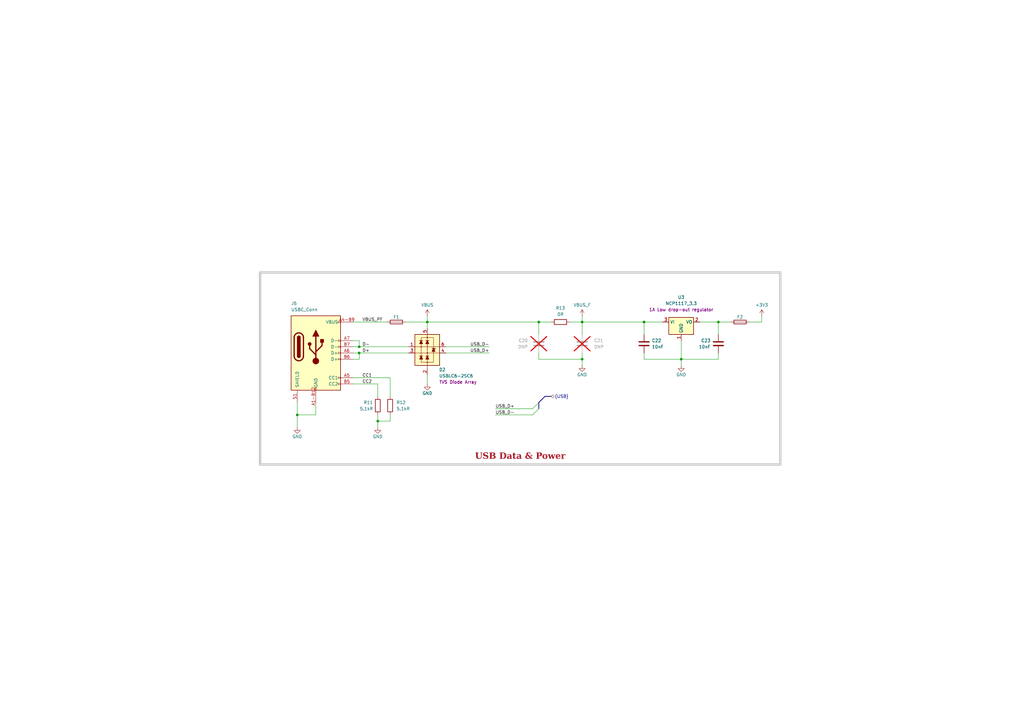
<source format=kicad_sch>
(kicad_sch (version 20250114) (generator "eeschema") (generator_version "9.0")
  (paper "A3")
  (title_block (title "Sheet Title A") (date "Last Modified Date") (rev "${REVISION}") (company "${COMPANY}"))
  (lib_symbols
    (symbol "0_Connectors:USB4105-GF-A" (pin_names (offset 1.016))
      (property "Reference" "J" (at 10.16 34.544 0))
      (property "Value" "USB4105-GF-A" (at 10.16 32.004 0))
      (symbol "USB4105-GF-A_0_0"
        (rectangle (start 9.906 0) (end 10.414 1.016))
        (rectangle (start 19.304 28.194) (end 20.32 27.686))
        (rectangle (start 20.32 20.574) (end 19.304 20.066))
        (rectangle (start 20.32 18.034) (end 19.304 17.526))
        (rectangle (start 20.32 15.494) (end 19.304 14.986))
        (rectangle (start 20.32 12.954) (end 19.304 12.446))
        (rectangle (start 20.32 5.334) (end 19.304 4.826))
        (rectangle (start 20.32 2.794) (end 19.304 2.286))
      )
      (symbol "USB4105-GF-A_0_1"
        (rectangle (start 0 30.48) (end 20.32 0) (stroke (width 0.254)) (fill (type background)))
        (polyline (pts (xy 1.27 13.97) (xy 1.27 21.59)) (stroke (width 0.508)))
        (rectangle (start 2.54 13.97) (end 3.81 21.59) (stroke (width 0.254)) (fill (type outline)))
        (arc (start 2.54 21.59) (mid 3.175 22.2223) (end 3.81 21.59) (stroke (width 0.254)))
        (arc (start 2.54 21.59) (mid 3.175 22.2223) (end 3.81 21.59) (stroke (width 0.254)) (fill (type outline)))
        (arc (start 1.27 21.59) (mid 3.175 23.4867) (end 5.08 21.59) (stroke (width 0.508)))
        (arc (start 5.08 13.97) (mid 3.175 12.0733) (end 1.27 13.97) (stroke (width 0.508)))
        (arc (start 3.81 13.97) (mid 3.175 13.3377) (end 2.54 13.97) (stroke (width 0.254)))
        (arc (start 3.81 13.97) (mid 3.175 13.3377) (end 2.54 13.97) (stroke (width 0.254)) (fill (type outline)))
        (polyline (pts (xy 5.08 21.59) (xy 5.08 13.97)) (stroke (width 0.508)))
        (circle (center 7.62 18.923) (radius 0.635) (stroke (width 0.254)) (fill (type outline)))
        (polyline (pts (xy 8.89 22.098) (xy 10.16 24.638) (xy 11.43 22.098) (xy 8.89 22.098)) (stroke (width 0.254)) (fill (type outline)))
        (polyline (pts (xy 10.16 15.748) (xy 12.7 18.288) (xy 12.7 19.558)) (stroke (width 0.508)))
        (polyline (pts (xy 10.16 14.478) (xy 7.62 17.018) (xy 7.62 18.288)) (stroke (width 0.508)))
        (polyline (pts (xy 10.16 11.938) (xy 10.16 22.098)) (stroke (width 0.508)))
        (circle (center 10.16 11.938) (radius 1.27) (fill (type outline)))
        (rectangle (start 12.065 19.558) (end 13.335 20.828) (stroke (width 0.254)) (fill (type outline)))
      )
      (symbol "USB4105-GF-A_1_1"
        (pin passive line (at 2.54 -5.08 90) (length 5.08) (name "SHIELD") (number "S1"))
        (pin passive line (at 10.16 -5.08 90) (length 5.08) (name "GND") (number "A1-B12"))
        (pin passive line (at 10.16 -5.08 90) (length 5.08) (hide yes) (name "GND") (number "B1-A12"))
        (pin passive line (at 25.4 27.94 180) (length 5.08) (name "VBUS") (number "A4-B9"))
        (pin passive line (at 25.4 27.94 180) (length 5.08) (hide yes) (name "VBUS") (number "B4-A9"))
        (pin bidirectional line (at 25.4 20.32 180) (length 5.08) (name "D-") (number "A7"))
        (pin bidirectional line (at 25.4 17.78 180) (length 5.08) (name "D-") (number "B7"))
        (pin bidirectional line (at 25.4 15.24 180) (length 5.08) (name "D+") (number "A6"))
        (pin bidirectional line (at 25.4 12.7 180) (length 5.08) (name "D+") (number "B6"))
        (pin no_connect line (at 25.4 10.16 180) (length 5.08) (hide yes) (name "SBU1") (number "A8"))
        (pin no_connect line (at 25.4 7.62 180) (length 5.08) (hide yes) (name "SBU2") (number "B8"))
        (pin bidirectional line (at 25.4 5.08 180) (length 5.08) (name "CC1") (number "A5"))
        (pin bidirectional line (at 25.4 2.54 180) (length 5.08) (name "CC2") (number "B5"))
      )
    )
    (symbol "0_Passives:C" (pin_numbers (hide yes)) (pin_names (offset 0.254))
      (property "Reference" "C" (at 0.635 8.255 0))
      (property "Value" "C" (at 0.635 5.715 0))
      (symbol "C_0_1"
        (polyline (pts (xy 3.048 -2.032) (xy 3.048 2.032)) (stroke (width 0.508)))
        (polyline (pts (xy 4.572 -2.032) (xy 4.572 2.032)) (stroke (width 0.508)))
      )
      (symbol "C_0_2"
        (polyline (pts (xy -2.54 -2.54) (xy -0.381 -0.381)))
        (polyline (pts (xy -0.508 -0.508) (xy -1.651 0.635)) (stroke (width 0.508)))
        (polyline (pts (xy -0.508 -0.508) (xy 0.635 -1.651)) (stroke (width 0.508)))
        (polyline (pts (xy 0.381 0.381) (xy 2.54 2.54)))
        (polyline (pts (xy 0.508 0.508) (xy -0.635 1.651)) (stroke (width 0.508)))
        (polyline (pts (xy 0.508 0.508) (xy 1.651 -0.635)) (stroke (width 0.508)))
      )
      (symbol "C_1_1"
        (pin passive line (at 0 0 0) (length 2.794) (name "~") (number "1"))
        (pin passive line (at 7.62 0 180) (length 2.794) (name "~") (number "2"))
      )
      (symbol "C_1_2"
        (pin passive line (at -2.54 -2.54 90) (length 0) (name "~") (number "2"))
        (pin passive line (at 2.54 2.54 270) (length 0) (name "~") (number "1"))
      )
    )
    (symbol "0_Passives:Fuse" (pin_numbers (hide yes)) (pin_names (offset 0))
      (property "Reference" "F" (at 3.81 2.032 0))
      (property "Value" "Fuse" (at 3.81 -1.905 0))
      (symbol "Fuse_0_1"
        (polyline (pts (xy 1.27 0) (xy 6.35 0)))
        (rectangle (start 6.35 -0.762) (end 1.27 0.762) (stroke (width 0.254)))
      )
      (symbol "Fuse_1_1"
        (pin passive line (at 0 0 0) (length 1.27) (name "~") (number "1"))
        (pin passive line (at 7.62 0 180) (length 1.27) (name "~") (number "2"))
      )
    )
    (symbol "0_Passives:R" (pin_numbers (hide yes)) (pin_names (offset 0))
      (property "Reference" "R" (at 0 7.62 0))
      (property "Value" "R" (at 0 5.08 0))
      (symbol "R_0_1"
        (rectangle (start 1.27 -1.016) (end 6.35 1.016) (stroke (width 0.254)))
      )
      (symbol "R_0_2"
        (polyline (pts (xy -2.54 -2.54) (xy -1.524 -1.524)))
        (polyline (pts (xy 1.524 1.524) (xy 2.54 2.54)))
        (polyline (pts (xy 1.524 1.524) (xy 0.889 2.159) (xy -2.159 -0.889) (xy -0.889 -2.159) (xy 2.159 0.889) (xy 1.524 1.524)) (stroke (width 0.254)))
      )
      (symbol "R_1_1"
        (pin passive line (at 0 0 0) (length 1.27) (name "~") (number "1"))
        (pin passive line (at 7.62 0 180) (length 1.27) (name "~") (number "2"))
      )
      (symbol "R_1_2"
        (pin passive line (at -2.54 -2.54 0) (length 0) (name "") (number "2"))
        (pin passive line (at 2.54 2.54 180) (length 0) (name "") (number "1"))
      )
    )
    (symbol "0_Passives:USBLC6-2SC6" (pin_names (offset 1.016) (hide yes))
      (property "Reference" "D" (at 11.43 13.97 0))
      (property "Value" "USBLC6-2SC6" (at 11.43 11.43 0))
      (symbol "USBLC6-2SC6_0_1"
        (rectangle (start 0 12.7) (end 10.16 0) (stroke (width 0.254)) (fill (type background)))
        (polyline (pts (xy 0 7.62) (xy 10.16 7.62)))
        (polyline (pts (xy 0 5.08) (xy 10.16 5.08)))
        (polyline (pts (xy 2.54 10.16) (xy 3.175 8.89) (xy 1.905 8.89) (xy 2.54 10.16)) (stroke (width 0.254)) (fill (type outline)))
        (polyline (pts (xy 2.54 3.81) (xy 3.175 2.54) (xy 1.905 2.54) (xy 2.54 3.81)) (stroke (width 0.254)) (fill (type outline)))
        (polyline (pts (xy 2.54 1.27) (xy 2.54 8.89)))
        (polyline (pts (xy 2.54 1.27) (xy 2.54 1.27) (xy 7.62 1.27) (xy 7.62 4.445)))
        (polyline (pts (xy 3.175 10.16) (xy 1.905 10.16)) (stroke (width 0.254)))
        (polyline (pts (xy 3.175 3.81) (xy 1.905 3.81)) (stroke (width 0.254)))
        (polyline (pts (xy 5.08 12.7) (xy 5.08 11.43)))
        (polyline (pts (xy 5.08 10.16) (xy 5.08 11.43)))
        (polyline (pts (xy 5.08 10.16) (xy 5.715 8.89) (xy 4.445 8.89) (xy 5.08 10.16)) (stroke (width 0.254)) (fill (type outline)))
        (polyline (pts (xy 5.08 8.89) (xy 5.08 3.81)))
        (polyline (pts (xy 5.08 6.35) (xy 5.08 8.89)))
        (polyline (pts (xy 5.08 3.81) (xy 5.715 2.54) (xy 4.445 2.54) (xy 5.08 3.81)) (stroke (width 0.254)) (fill (type outline)))
        (polyline (pts (xy 5.08 0) (xy 5.08 1.27)))
        (polyline (pts (xy 5.08 -1.27) (xy 5.08 0)))
        (polyline (pts (xy 5.715 10.16) (xy 4.445 10.16)) (stroke (width 0.254)))
        (polyline (pts (xy 5.715 3.81) (xy 4.445 3.81)) (stroke (width 0.254)))
        (polyline (pts (xy 7.62 6.985) (xy 7.62 11.43) (xy 2.54 11.43) (xy 2.54 10.16)))
        (polyline (pts (xy 7.62 6.985) (xy 8.255 5.715) (xy 6.985 5.715) (xy 7.62 6.985)) (stroke (width 0.254)) (fill (type outline)))
        (polyline (pts (xy 8.255 6.985) (xy 6.985 6.985)) (stroke (width 0.254)))
      )
      (symbol "USBLC6-2SC6_1_1"
        (circle (center 2.54 7.62) (radius 0.1778) (fill (type outline)))
        (circle (center 5.08 11.43) (radius 0.1778) (fill (type outline)))
        (polyline (pts (xy 5.08 7.62) (xy 5.08 10.16)))
        (circle (center 5.08 5.08) (radius 0.1778) (fill (type outline)))
        (polyline (pts (xy 5.08 1.27) (xy 5.08 3.81)))
        (circle (center 5.08 1.27) (radius 0.1778) (fill (type outline)))
        (polyline (pts (xy 7.62 4.445) (xy 7.62 6.985)))
        (polyline (pts (xy 8.255 6.985) (xy 8.255 6.604)) (stroke (width 0.254)))
        (pin passive line (at -2.54 7.62 0) (length 2.54) (name "L1") (number "1"))
        (pin passive line (at -2.54 5.08 0) (length 2.54) (name "L2") (number "3"))
        (pin passive line (at 5.08 15.24 270) (length 2.54) (name "VP") (number "5"))
        (pin passive line (at 5.08 -3.81 90) (length 2.54) (name "VN") (number "2"))
        (pin passive line (at 12.7 7.62 180) (length 2.54) (name "L1") (number "6"))
        (pin passive line (at 12.7 5.08 180) (length 2.54) (name "L2") (number "4"))
      )
    )
    (symbol "0_Power:NCP1117-3.3"
      (property "Reference" "U" (at 3.81 3.175 0))
      (property "Value" "NCP1117-3.3" (at 7.62 3.175 0))
      (symbol "NCP1117-3.3_0_1"
        (rectangle (start 2.54 -5.08) (end 12.7 1.905) (stroke (width 0.254)) (fill (type background)))
      )
      (symbol "NCP1117-3.3_1_1"
        (pin power_in line (at 0 0 0) (length 2.54) (name "VI") (number "3"))
        (pin power_in line (at 7.62 -7.62 90) (length 2.54) (name "GND") (number "1"))
        (pin power_out line (at 15.24 0 180) (length 2.54) (name "VO") (number "2"))
      )
    )
    (symbol "Library:+3V3" (power) (pin_numbers (hide yes)) (pin_names (offset 0) (hide yes))
      (property "Value" "+3V3" (at 0 3.556 0))
      (symbol "+3V3_0_1"
        (polyline (pts (xy -0.762 1.27) (xy 0 2.54)))
        (polyline (pts (xy 0 2.54) (xy 0.762 1.27)))
        (polyline (pts (xy 0 0) (xy 0 2.54)))
      )
      (symbol "+3V3_1_1"
        (pin power_in line (at 0 0 90) (length 0) (name "~") (number "1"))
      )
    )
    (symbol "Library:GND" (power) (pin_numbers (hide yes)) (pin_names (offset 0) (hide yes))
      (property "Value" "GND" (at 0 -3.81 0))
      (symbol "GND_0_1"
        (polyline (pts (xy 0 0) (xy 0 -1.27) (xy 1.27 -1.27) (xy 0 -2.54) (xy -1.27 -1.27) (xy 0 -1.27)))
      )
      (symbol "GND_1_1"
        (pin power_in line (at 0 0 270) (length 0) (name "~") (number "1"))
      )
    )
    (symbol "Library:VBUS" (power) (pin_numbers (hide yes)) (pin_names (offset 0) (hide yes))
      (property "Value" "VBUS" (at 0 3.556 0))
      (symbol "VBUS_0_1"
        (polyline (pts (xy -0.762 1.27) (xy 0 2.54)))
        (polyline (pts (xy 0 2.54) (xy 0.762 1.27)))
        (polyline (pts (xy 0 0) (xy 0 2.54)))
      )
      (symbol "VBUS_1_1"
        (pin power_in line (at 0 0 90) (length 0) (name "~") (number "1"))
      )
    )
  )
  (rectangle (start 106.68 111.76) (end 320.04 190.5) (stroke (width 1) (color 200 200 200 1)))
  (text_box "USB Data & Power" (at 106.68 180.975 0) (size 213.36 9.525) (margins 1.9049 1.9049 1.9049 1.9049) (stroke (width -0.0001)) (effects (font (size 2.54 2.54) (thickness 0.508) (bold yes)) (justify bottom)))
  (junction (at 147.32 144.78))
  (junction (at 121.92 170.18))
  (junction (at 294.64 132.08))
  (junction (at 264.16 132.08))
  (junction (at 238.76 147.32))
  (junction (at 154.94 172.72))
  (junction (at 279.4 147.32))
  (junction (at 220.98 132.08))
  (junction (at 238.76 132.08))
  (junction (at 147.32 142.24))
  (junction (at 175.26 132.08))
  (bus_entry (at 218.44 167.64) (size 2.54 -2.54))
  (bus_entry (at 218.44 170.18) (size 2.54 -2.54))
  (wire (pts (xy 147.32 144.78) (xy 144.78 144.78)))
  (wire (pts (xy 218.44 170.18) (xy 203.2 170.18)))
  (wire (pts (xy 160.02 154.94) (xy 160.02 162.56)))
  (wire (pts (xy 147.32 142.24) (xy 144.78 142.24)))
  (wire (pts (xy 129.54 170.18) (xy 121.92 170.18)))
  (wire (pts (xy 264.16 144.78) (xy 264.16 147.32)))
  (wire (pts (xy 218.44 167.64) (xy 203.2 167.64)))
  (wire (pts (xy 220.98 132.08) (xy 226.06 132.08)))
  (wire (pts (xy 121.92 170.18) (xy 121.92 175.26)))
  (wire (pts (xy 238.76 129.54) (xy 238.76 132.08)))
  (wire (pts (xy 287.02 132.08) (xy 294.64 132.08)))
  (wire (pts (xy 294.64 147.32) (xy 279.4 147.32)))
  (wire (pts (xy 264.16 147.32) (xy 279.4 147.32)))
  (wire (pts (xy 144.78 154.94) (xy 160.02 154.94)))
  (wire (pts (xy 220.98 147.32) (xy 238.76 147.32)))
  (wire (pts (xy 147.32 144.78) (xy 167.64 144.78)))
  (wire (pts (xy 264.16 132.08) (xy 271.78 132.08)))
  (wire (pts (xy 294.64 132.08) (xy 299.72 132.08)))
  (wire (pts (xy 233.68 132.08) (xy 238.76 132.08)))
  (wire (pts (xy 312.42 132.08) (xy 312.42 129.54)))
  (wire (pts (xy 294.64 132.08) (xy 294.64 137.16)))
  (wire (pts (xy 279.4 139.7) (xy 279.4 147.32)))
  (wire (pts (xy 238.76 132.08) (xy 238.76 137.16)))
  (wire (pts (xy 144.78 147.32) (xy 147.32 147.32)))
  (wire (pts (xy 220.98 132.08) (xy 220.98 137.16)))
  (wire (pts (xy 220.98 144.78) (xy 220.98 147.32)))
  (wire (pts (xy 144.78 157.48) (xy 154.94 157.48)))
  (wire (pts (xy 238.76 147.32) (xy 238.76 149.86)))
  (wire (pts (xy 175.26 132.08) (xy 220.98 132.08)))
  (wire (pts (xy 147.32 142.24) (xy 147.32 139.7)))
  (wire (pts (xy 147.32 147.32) (xy 147.32 144.78)))
  (wire (pts (xy 307.34 132.08) (xy 312.42 132.08)))
  (wire (pts (xy 160.02 172.72) (xy 154.94 172.72)))
  (wire (pts (xy 238.76 147.32) (xy 238.76 144.78)))
  (wire (pts (xy 144.78 139.7) (xy 147.32 139.7)))
  (wire (pts (xy 238.76 132.08) (xy 264.16 132.08)))
  (wire (pts (xy 279.4 147.32) (xy 279.4 149.86)))
  (wire (pts (xy 154.94 170.18) (xy 154.94 172.72)))
  (wire (pts (xy 182.88 142.24) (xy 200.66 142.24)))
  (wire (pts (xy 264.16 132.08) (xy 264.16 137.16)))
  (wire (pts (xy 294.64 144.78) (xy 294.64 147.32)))
  (wire (pts (xy 175.26 132.08) (xy 175.26 134.62)))
  (wire (pts (xy 144.78 132.08) (xy 158.75 132.08)))
  (wire (pts (xy 147.32 142.24) (xy 167.64 142.24)))
  (wire (pts (xy 175.26 153.67) (xy 175.26 157.48)))
  (bus (pts (xy 226.06 162.56) (xy 223.52 162.56)))
  (wire (pts (xy 121.92 165.1) (xy 121.92 170.18)))
  (wire (pts (xy 166.37 132.08) (xy 175.26 132.08)))
  (bus (pts (xy 220.98 165.1) (xy 220.98 167.64)))
  (wire (pts (xy 154.94 172.72) (xy 154.94 175.26)))
  (wire (pts (xy 160.02 170.18) (xy 160.02 172.72)))
  (wire (pts (xy 129.54 165.1) (xy 129.54 170.18)))
  (wire (pts (xy 154.94 157.48) (xy 154.94 162.56)))
  (wire (pts (xy 175.26 132.08) (xy 175.26 129.54)))
  (bus (pts (xy 220.98 165.1) (xy 223.52 162.56)))
  (wire (pts (xy 182.88 144.78) (xy 200.66 144.78)))
  (label "VBUS_PF" (at 148.59 132.08 0))
  (label "D-" (at 148.59 142.24 0))
  (label "CC2" (at 148.59 157.48 0))
  (label "CC1" (at 148.59 154.94 0))
  (label "USB_D-" (at 200.66 142.24 180))
  (label "USB_D+" (at 203.2 167.64 0))
  (label "D+" (at 148.59 144.78 0))
  (label "USB_D-" (at 203.2 170.18 0))
  (label "USB_D+" (at 200.66 144.78 180))
  (hierarchical_label "{USB}" (shape bidirectional) (at 226.06 162.56 0))
  (symbol (lib_id "0_Passives:USBLC6-2SC6") (at 170.18 149.86 0) (unit 1)
    (property "Reference" "D2" (at 180.086 151.638 0) (effects (justify left)))
    (property "Value" "USBLC6-2SC6" (at 180.086 154.178 0) (effects (justify left)))
    (property "Footprint" "0_Passives:SOT-23-6" (effects (hide yes)))
    (property "Datasheet" "https://www.tme.eu/Document/db59d28d28a96c34f26d05f234ff409c/USBLC6-2.pdf" (effects (hide yes)))
    (property "Description" "TVS Diode Array" (at 180.086 156.718 0) (effects (justify left)))
    (property "MPN" "USBLC6-2SC6" (effects (hide yes)))
    (property "Supplier Link" "https://uk.farnell.com/stmicroelectronics/usblc6-2sc6/esd-protection-17v-sot-23/dp/1269406" (effects (hide yes)))
  )
  (symbol (lib_id "Library:GND") (at 175.26 157.48 0) (unit 1)
    (property "Reference" "#PWR01306" (effects (hide yes)))
    (property "Value" "GND" (at 175.26 161.29 0))
    (property "Description" "Power symbol creates a global label with name \"GND\" , ground" (effects (hide yes)))
  )
  (symbol (lib_id "0_Passives:C") (at 264.16 144.78 270) (mirror x) (unit 1)
    (property "Reference" "C22" (at 267.335 139.7 90) (effects (justify left)))
    (property "Value" "10nF" (at 267.335 142.24 90) (effects (justify left)))
    (property "Footprint" "0_Capacitors:C_0603_1608_DensityHigh" (effects (hide yes)))
    (property "Description" "SMD 0402 MLCC capacitor, Alternate KiCad Library" (effects (hide yes)))
  )
  (symbol (lib_id "Library:VBUS") (at 175.26 129.54 0) (unit 1)
    (property "Reference" "#PWR01301" (effects (hide yes)))
    (property "Value" "VBUS" (at 175.26 125.095 0))
    (property "Description" "Power symbol creates a global label with name \"VBUS\"" (effects (hide yes)))
  )
  (symbol (lib_id "Library:GND") (at 279.4 149.86 0) (unit 1)
    (property "Reference" "#PWR01305" (effects (hide yes)))
    (property "Value" "GND" (at 279.4 153.67 0))
    (property "Description" "Power symbol creates a global label with name \"GND\" , ground" (effects (hide yes)))
  )
  (symbol (lib_id "0_Passives:C") (at 238.76 144.78 90) (unit 1) (in_bom no) (dnp yes)
    (property "Reference" "C21" (at 243.586 139.7 90) (effects (justify right)))
    (property "Value" "DNP" (at 243.586 142.24 90) (effects (justify right)))
    (property "Footprint" "0_Capacitors:C_0603_1608_DensityHigh" (effects (hide yes)))
    (property "Description" "SMD 0402 MLCC capacitor, Alternate KiCad Library" (effects (hide yes)))
  )
  (symbol (lib_id "0_Passives:R") (at 154.94 170.18 90) (unit 1)
    (property "Reference" "R11" (at 153.035 165.1 90) (effects (justify left)))
    (property "Value" "5.1kR" (at 153.035 167.64 90) (effects (justify left)))
    (property "Footprint" "0_Resistors:R_0603_1608_DensityHigh" (effects (hide yes)))
    (property "Description" "SMD 0402 Chip Resistor, European Symbol, Alternate KiCad Library" (effects (hide yes)))
  )
  (symbol (lib_id "Library:GND") (at 154.94 175.26 0) (unit 1)
    (property "Reference" "#PWR01308" (effects (hide yes)))
    (property "Value" "GND" (at 154.94 179.07 0))
    (property "Description" "Power symbol creates a global label with name \"GND\" , ground" (effects (hide yes)))
  )
  (symbol (lib_id "Library:VBUS") (at 238.76 129.54 0) (unit 1)
    (property "Reference" "#PWR01302" (effects (hide yes)))
    (property "Value" "VBUS_F" (at 238.76 125.095 0))
    (property "Description" "Power symbol creates a global label with name \"VBUS\"" (effects (hide yes)))
  )
  (symbol (lib_id "Library:+3V3") (at 312.42 129.54 0) (unit 1)
    (property "Reference" "#PWR01303" (effects (hide yes)))
    (property "Value" "+3V3" (at 312.42 125.095 0))
    (property "Description" "Power symbol creates a global label with name \"+3V3\"" (effects (hide yes)))
  )
  (symbol (lib_id "Library:GND") (at 238.76 149.86 0) (unit 1)
    (property "Reference" "#PWR01304" (effects (hide yes)))
    (property "Value" "GND" (at 238.76 153.67 0))
    (property "Description" "Power symbol creates a global label with name \"GND\" , ground" (effects (hide yes)))
  )
  (symbol (lib_id "0_Passives:Fuse") (at 307.34 132.08 180) (unit 1)
    (property "Reference" "F2" (at 303.53 130.048 0))
    (property "Value" "Fuse" (effects (hide yes)))
    (property "Footprint" "0_Passives:Fuse_2512_6332Metric" (effects (hide yes)))
    (property "Datasheet" "http://www.farnell.com/datasheets/4600748.pdf" (effects (hide yes)))
    (property "Description" "Fuse" (effects (hide yes)))
    (property "MPN" "MP005487" (effects (hide yes)))
    (property "Supplier Link" "https://uk.farnell.com/multicomp-pro/mp005487/fuse-fast-acting-1a-125v-2410/dp/3564749" (effects (hide yes)))
  )
  (symbol (lib_id "0_Connectors:USB4105-GF-A") (at 119.38 160.02 0) (unit 1)
    (property "Reference" "J5" (at 119.38 124.46 0) (effects (justify left)))
    (property "Value" "USBC_Conn" (at 119.38 127 0) (effects (justify left)))
    (property "Footprint" "0_Connectors:USB4105_GCT" (effects (hide yes)))
    (property "Datasheet" "https://www.usb.org/sites/default/files/documents/usb_type-c.zip" (effects (hide yes)))
    (property "Description" "USB 2.0-only 16P Type-C Receptacle connector" (effects (hide yes)))
    (property "MPN" "USB4085-GF-A" (effects (hide yes)))
    (property "Supplier Link" "https://uk.farnell.com/gct-global-connector-technology/usb4085-gf-a/usb-conn-2-0-type-c-r-a-rcpt-16pos/dp/2924867" (effects (hide yes)))
  )
  (symbol (lib_id "0_Passives:C") (at 220.98 144.78 90) (unit 1) (in_bom no) (dnp yes)
    (property "Reference" "C20" (at 216.535 139.7 90) (effects (justify left)))
    (property "Value" "DNP" (at 216.535 142.24 90) (effects (justify left)))
    (property "Footprint" "0_Capacitors:C_0603_1608_DensityHigh" (effects (hide yes)))
    (property "Description" "SMD 0402 MLCC capacitor, Alternate KiCad Library" (effects (hide yes)))
  )
  (symbol (lib_id "0_Passives:R") (at 226.06 132.08 0) (mirror x) (unit 1)
    (property "Reference" "R13" (at 229.87 126.365 0))
    (property "Value" "0R" (at 229.87 128.905 0))
    (property "Footprint" "0_Resistors:R_0805_2012_DensityHigh" (effects (hide yes)))
  )
  (symbol (lib_id "Library:GND") (at 121.92 175.26 0) (unit 1)
    (property "Reference" "#PWR01307" (effects (hide yes)))
    (property "Value" "GND" (at 121.92 179.07 0))
    (property "Description" "Power symbol creates a global label with name \"GND\" , ground" (effects (hide yes)))
  )
  (symbol (lib_id "0_Passives:C") (at 294.64 137.16 270) (unit 1)
    (property "Reference" "C23" (at 291.465 139.7 90) (effects (justify right)))
    (property "Value" "10nF" (at 291.465 142.24 90) (effects (justify right)))
    (property "Footprint" "0_Capacitors:C_0603_1608_DensityHigh" (effects (hide yes)))
    (property "Description" "SMD 0402 MLCC capacitor, Alternate KiCad Library" (effects (hide yes)))
  )
  (symbol (lib_id "0_Passives:R") (at 160.02 162.56 90) (mirror x) (unit 1)
    (property "Reference" "R12" (at 162.56 165.1 90) (effects (justify right)))
    (property "Value" "5.1kR" (at 162.56 167.64 90) (effects (justify right)))
    (property "Footprint" "0_Resistors:R_0603_1608_DensityHigh" (effects (hide yes)))
    (property "Description" "SMD 0402 Chip Resistor, European Symbol, Alternate KiCad Library" (effects (hide yes)))
  )
  (symbol (lib_id "0_Power:NCP1117-3.3") (at 271.78 132.08 0) (unit 1)
    (property "Reference" "U3" (at 279.4 121.92 0))
    (property "Value" "NCP1117_3.3" (at 279.4 124.46 0))
    (property "Footprint" "0_Power:SOT-223-3_TabPin2" (effects (hide yes)))
    (property "Datasheet" "http://www.onsemi.com/pub_link/Collateral/NCP1117-D.PDF" (effects (hide yes)))
    (property "Description" "1A Low drop-out regulator" (at 279.4 127 0))
    (property "MPN" "NCP1117LPST33T3G" (effects (hide yes)))
    (property "Supplier Link" "https://uk.farnell.com/on-semiconductor/ncp1117lpst33t3g/ldo-fixed-3-3v-1a-sot-223-3/dp/2534283" (effects (hide yes)))
  )
  (symbol (lib_id "0_Passives:Fuse") (at 166.37 132.08 180) (unit 1)
    (property "Reference" "F1" (at 162.56 130.048 0))
    (property "Value" "Fuse" (effects (hide yes)))
    (property "Footprint" "0_Passives:Fuse_2512_6332Metric" (effects (hide yes)))
    (property "Description" "Fuse" (effects (hide yes)))
  )
)
</source>
